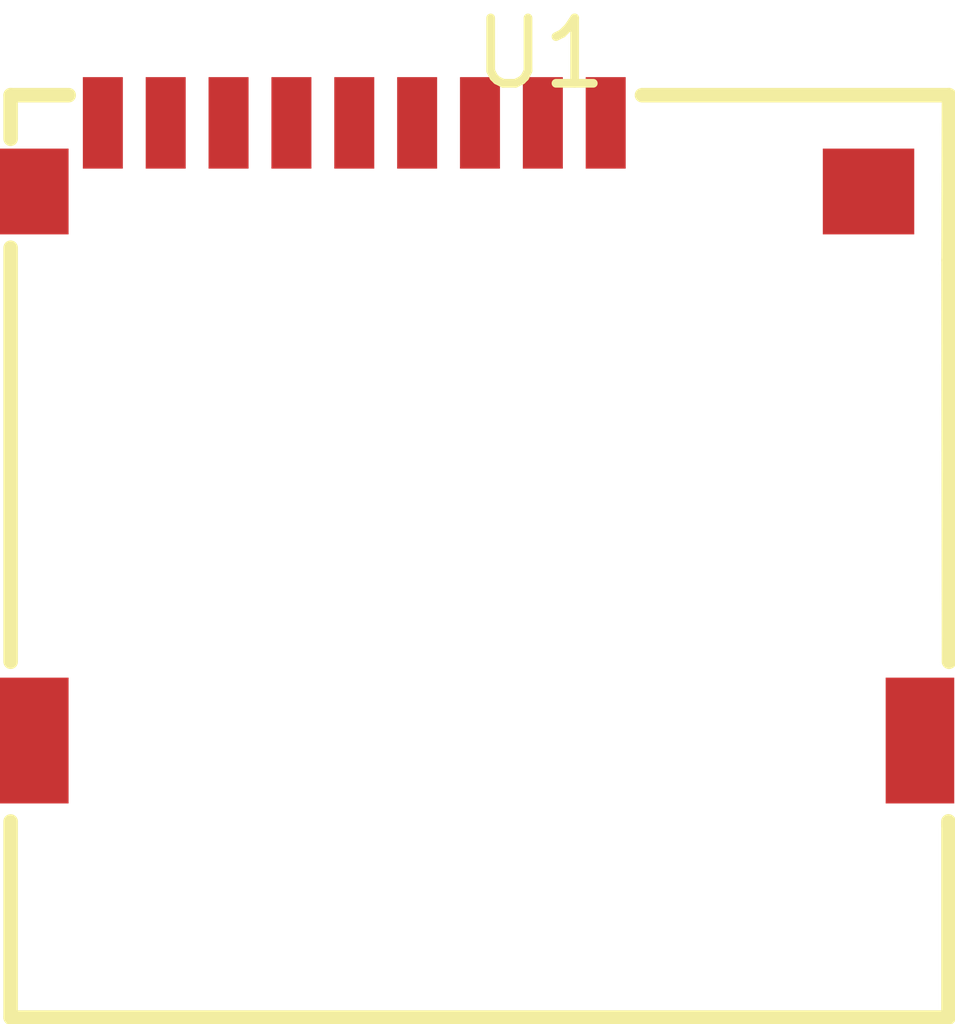
<source format=kicad_pcb>
(kicad_pcb (version 20221018) (generator pcbnew)
  (layers (0 "F.Cu" signal) (31 "B.Cu" signal) (34 "B.Paste" user) (35 "F.Paste" user) (36 "B.SilkS" user "B.Silkscreen") (37 "F.SilkS" user "F.Silkscreen") (38 "B.Mask" user) (39 "F.Mask" user) (44 "Edge.Cuts" user))
  (net 0 "")
  (footprint "easyeda:TF-SMD_TF-115" (layer "F.Cu") (at 12.7 12.7)
    (fp_text reference "U1" (at -0.135 -6.613) (layer "F.SilkS") (effects (font (size 1.143 1.143) (thickness 0.152)) (justify left)))
    (fp_text value "TF-SMD_TF-115" hide)
    (fp_line (start -8.164 -5.884) (end -7.148 -5.884) (stroke (width 0.254)) (layer "F.SilkS"))
    (fp_line (start -8.164 -5.122) (end -8.164 -5.884) (stroke (width 0.254)) (layer "F.SilkS"))
    (fp_line (start -8.164 -3.217) (end -8.164 4.022) (stroke (width 0.254)) (layer "F.SilkS"))
    (fp_line (start -8.164 6.815) (end -8.164 10.244) (stroke (width 0.254)) (layer "F.SilkS"))
    (fp_line (start -8.164 10.244) (end 8.249 10.244) (stroke (width 0.254)) (layer "F.SilkS"))
    (fp_line (start 2.885 -5.884) (end 8.258 -5.884) (stroke (width 0.254)) (layer "F.SilkS"))
    (fp_line (start 8.249 -3) (end 8.258 4.022) (stroke (width 0.254)) (layer "F.SilkS"))
    (fp_line (start 8.249 6.815) (end 8.25 6.9) (stroke (width 0.254)) (layer "F.SilkS"))
    (fp_line (start 8.249 10.244) (end 8.249 6.815) (stroke (width 0.254)) (layer "F.SilkS"))
    (fp_line (start 8.258 -5.884) (end 8.25 -3) (stroke (width 0.254)) (layer "F.SilkS"))
    (pad "" np_thru_hole circle (at -4.95 5.8) (size 1 1) (drill 1) (layers "*.Cu" "*.Mask"))
    (pad "" np_thru_hole circle (at 3.05 5.8) (size 1 1) (drill 1) (layers "*.Cu" "*.Mask"))
    (pad "1" smd rect (at 2.25 -5.4) (size 0.7 1.6) (layers "F.Cu" "F.Paste" "F.Mask"))
    (pad "2" smd rect (at 1.15 -5.4) (size 0.7 1.6) (layers "F.Cu" "F.Paste" "F.Mask"))
    (pad "3" smd rect (at 0.05 -5.4) (size 0.7 1.6) (layers "F.Cu" "F.Paste" "F.Mask"))
    (pad "4" smd rect (at -1.05 -5.4) (size 0.7 1.6) (layers "F.Cu" "F.Paste" "F.Mask"))
    (pad "5" smd rect (at -2.15 -5.4) (size 0.7 1.6) (layers "F.Cu" "F.Paste" "F.Mask"))
    (pad "6" smd rect (at -3.25 -5.4) (size 0.7 1.6) (layers "F.Cu" "F.Paste" "F.Mask"))
    (pad "7" smd rect (at -4.35 -5.4) (size 0.7 1.6) (layers "F.Cu" "F.Paste" "F.Mask"))
    (pad "8" smd rect (at -5.45 -5.4) (size 0.7 1.6) (layers "F.Cu" "F.Paste" "F.Mask"))
    (pad "9" smd rect (at -6.55 -5.4) (size 0.7 1.6) (layers "F.Cu" "F.Paste" "F.Mask"))
    (pad "10" smd rect (at -7.75 -4.2) (size 1.2 1.5) (layers "F.Cu" "F.Paste" "F.Mask"))
    (pad "11" smd rect (at -7.75 5.4) (size 1.2 2.2) (layers "F.Cu" "F.Paste" "F.Mask"))
    (pad "12" smd rect (at 7.75 5.4) (size 1.2 2.2) (layers "F.Cu" "F.Paste" "F.Mask"))
    (pad "13" smd rect (at 6.85 -4.2) (size 1.6 1.5) (layers "F.Cu" "F.Paste" "F.Mask"))
  )
)
</source>
